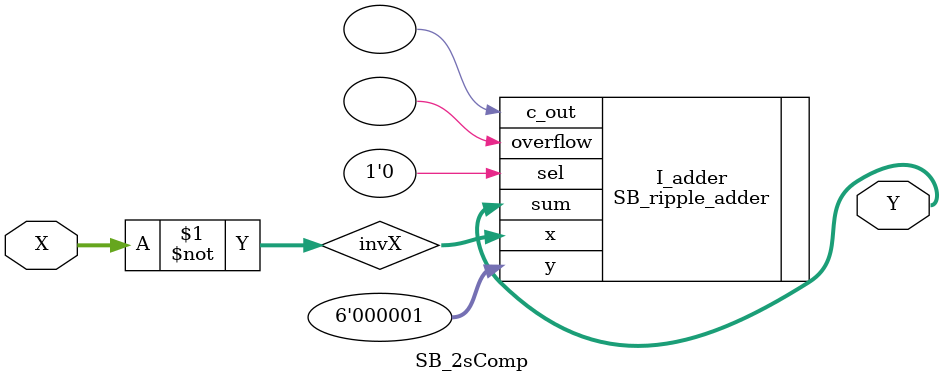
<source format=v>
module SB_2sComp(
    input [5:0] X,      // 6-bit two's complement input
    output [5:0] Y      // 6-bit two's complement output
);

    wire [5:0]invX;     // wire to store 1's complement of X
    assign  invX = ~X;  // Assign invese of X to 'invX' wire
  
   // 6-bit ripple carry adder where 1 is added to lsb of 1's comp X to get 2's complement as Y
   SB_ripple_adder I_adder (.x(invX),.y(6'b000001),.sel(1'b0),.c_out(),.overflow(),.sum(Y));    
endmodule
 
</source>
